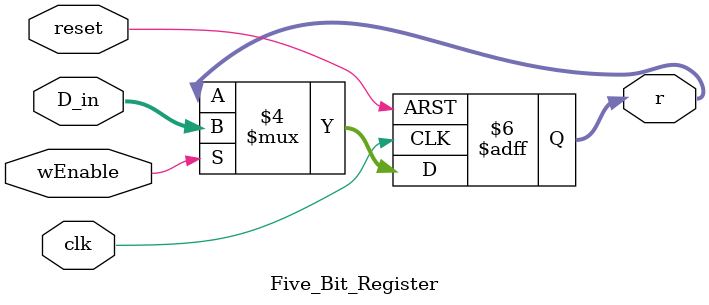
<source format=v>
module Five_Bit_Register(D_in, wEnable, reset, clk, r
    );
	 input [4:0] D_in;
	 input clk, wEnable, reset;
	 output reg [4:0] r;
	 
 always @( posedge clk, negedge reset)
	begin
	if (~reset) r <= 5'b00000;
	else
		begin			
			if (wEnable)
				begin
					r <= D_in;
				end
			else
				begin
					r <= r;
				end
		end
	end
endmodule 
</source>
